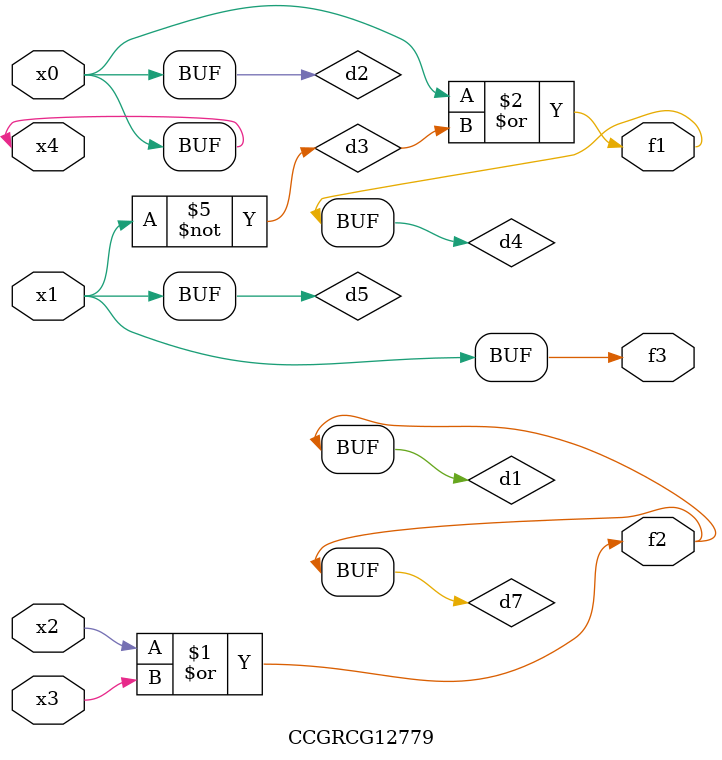
<source format=v>
module CCGRCG12779(
	input x0, x1, x2, x3, x4,
	output f1, f2, f3
);

	wire d1, d2, d3, d4, d5, d6, d7;

	or (d1, x2, x3);
	buf (d2, x0, x4);
	not (d3, x1);
	or (d4, d2, d3);
	not (d5, d3);
	nand (d6, d1, d3);
	or (d7, d1);
	assign f1 = d4;
	assign f2 = d7;
	assign f3 = d5;
endmodule

</source>
